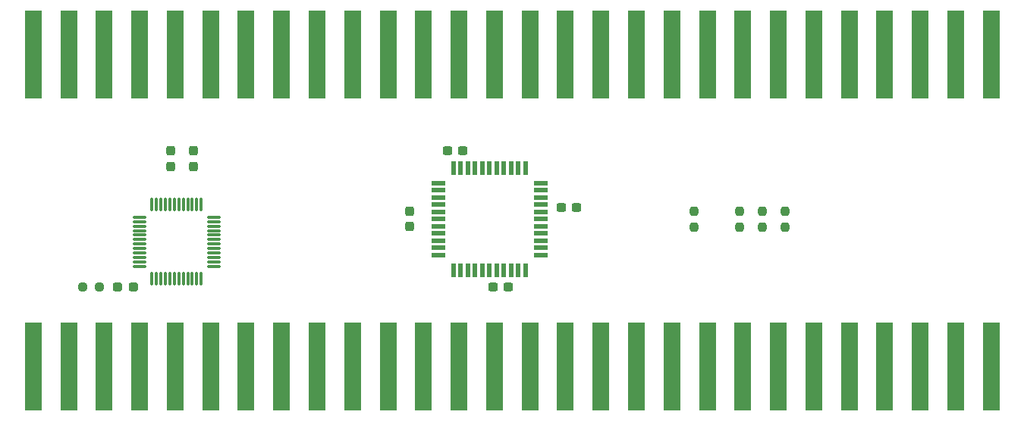
<source format=gbr>
G04 #@! TF.GenerationSoftware,KiCad,Pcbnew,(6.0.6-0)*
G04 #@! TF.CreationDate,2022-10-11T13:41:26+09:00*
G04 #@! TF.ProjectId,MahJamma,4d61684a-616d-46d6-912e-6b696361645f,rev?*
G04 #@! TF.SameCoordinates,Original*
G04 #@! TF.FileFunction,Paste,Top*
G04 #@! TF.FilePolarity,Positive*
%FSLAX46Y46*%
G04 Gerber Fmt 4.6, Leading zero omitted, Abs format (unit mm)*
G04 Created by KiCad (PCBNEW (6.0.6-0)) date 2022-10-11 13:41:26*
%MOMM*%
%LPD*%
G01*
G04 APERTURE LIST*
G04 Aperture macros list*
%AMRoundRect*
0 Rectangle with rounded corners*
0 $1 Rounding radius*
0 $2 $3 $4 $5 $6 $7 $8 $9 X,Y pos of 4 corners*
0 Add a 4 corners polygon primitive as box body*
4,1,4,$2,$3,$4,$5,$6,$7,$8,$9,$2,$3,0*
0 Add four circle primitives for the rounded corners*
1,1,$1+$1,$2,$3*
1,1,$1+$1,$4,$5*
1,1,$1+$1,$6,$7*
1,1,$1+$1,$8,$9*
0 Add four rect primitives between the rounded corners*
20,1,$1+$1,$2,$3,$4,$5,0*
20,1,$1+$1,$4,$5,$6,$7,0*
20,1,$1+$1,$6,$7,$8,$9,0*
20,1,$1+$1,$8,$9,$2,$3,0*%
G04 Aperture macros list end*
%ADD10R,1.980000X9.900000*%
%ADD11R,0.550000X1.500000*%
%ADD12R,1.500000X0.550000*%
%ADD13RoundRect,0.237500X0.237500X-0.300000X0.237500X0.300000X-0.237500X0.300000X-0.237500X-0.300000X0*%
%ADD14RoundRect,0.237500X0.237500X-0.250000X0.237500X0.250000X-0.237500X0.250000X-0.237500X-0.250000X0*%
%ADD15RoundRect,0.237500X-0.300000X-0.237500X0.300000X-0.237500X0.300000X0.237500X-0.300000X0.237500X0*%
%ADD16RoundRect,0.237500X-0.237500X0.250000X-0.237500X-0.250000X0.237500X-0.250000X0.237500X0.250000X0*%
%ADD17RoundRect,0.237500X0.287500X0.237500X-0.287500X0.237500X-0.287500X-0.237500X0.287500X-0.237500X0*%
%ADD18RoundRect,0.237500X0.300000X0.237500X-0.300000X0.237500X-0.300000X-0.237500X0.300000X-0.237500X0*%
%ADD19RoundRect,0.237500X-0.250000X-0.237500X0.250000X-0.237500X0.250000X0.237500X-0.250000X0.237500X0*%
%ADD20RoundRect,0.075000X-0.662500X-0.075000X0.662500X-0.075000X0.662500X0.075000X-0.662500X0.075000X0*%
%ADD21RoundRect,0.075000X-0.075000X-0.662500X0.075000X-0.662500X0.075000X0.662500X-0.075000X0.662500X0*%
G04 APERTURE END LIST*
D10*
X101480000Y-51435000D03*
X105440000Y-51435000D03*
X109400000Y-51435000D03*
X113360000Y-51435000D03*
X117320000Y-51435000D03*
X121280000Y-51435000D03*
X125240000Y-51435000D03*
X129200000Y-51435000D03*
X133160000Y-51435000D03*
X137120000Y-51435000D03*
X141080000Y-51435000D03*
X145040000Y-51435000D03*
X149000000Y-51435000D03*
X152960000Y-51435000D03*
X156920000Y-51435000D03*
X160880000Y-51435000D03*
X164840000Y-51435000D03*
X168800000Y-51435000D03*
X172760000Y-51435000D03*
X176720000Y-51435000D03*
X180680000Y-51435000D03*
X184640000Y-51435000D03*
X188600000Y-51435000D03*
X192560000Y-51435000D03*
X196520000Y-51435000D03*
X200480000Y-51435000D03*
X204440000Y-51435000D03*
X208400000Y-51435000D03*
D11*
X156400000Y-64150000D03*
X155600000Y-64150000D03*
X154800000Y-64150000D03*
X154000000Y-64150000D03*
X153200000Y-64150000D03*
X152400000Y-64150000D03*
X151600000Y-64150000D03*
X150800000Y-64150000D03*
X150000000Y-64150000D03*
X149200000Y-64150000D03*
X148400000Y-64150000D03*
D12*
X146700000Y-65850000D03*
X146700000Y-66650000D03*
X146700000Y-67450000D03*
X146700000Y-68250000D03*
X146700000Y-69050000D03*
X146700000Y-69850000D03*
X146700000Y-70650000D03*
X146700000Y-71450000D03*
X146700000Y-72250000D03*
X146700000Y-73050000D03*
X146700000Y-73850000D03*
D11*
X148400000Y-75550000D03*
X149200000Y-75550000D03*
X150000000Y-75550000D03*
X150800000Y-75550000D03*
X151600000Y-75550000D03*
X152400000Y-75550000D03*
X153200000Y-75550000D03*
X154000000Y-75550000D03*
X154800000Y-75550000D03*
X155600000Y-75550000D03*
X156400000Y-75550000D03*
D12*
X158100000Y-73850000D03*
X158100000Y-73050000D03*
X158100000Y-72250000D03*
X158100000Y-71450000D03*
X158100000Y-70650000D03*
X158100000Y-69850000D03*
X158100000Y-69050000D03*
X158100000Y-68250000D03*
X158100000Y-67450000D03*
X158100000Y-66650000D03*
X158100000Y-65850000D03*
D13*
X143510000Y-70712500D03*
X143510000Y-68987500D03*
D14*
X180340000Y-70762500D03*
X180340000Y-68937500D03*
X182880000Y-70762500D03*
X182880000Y-68937500D03*
D15*
X160427500Y-68580000D03*
X162152500Y-68580000D03*
D16*
X185420000Y-68937500D03*
X185420000Y-70762500D03*
D14*
X175260000Y-70762500D03*
X175260000Y-68937500D03*
D17*
X112635000Y-77470000D03*
X110885000Y-77470000D03*
D18*
X149452500Y-62230000D03*
X147727500Y-62230000D03*
D15*
X152807500Y-77470000D03*
X154532500Y-77470000D03*
D19*
X107037500Y-77470000D03*
X108862500Y-77470000D03*
D13*
X119380000Y-63955000D03*
X119380000Y-62230000D03*
X116840000Y-63955000D03*
X116840000Y-62230000D03*
D20*
X113312500Y-69640000D03*
X113312500Y-70140000D03*
X113312500Y-70640000D03*
X113312500Y-71140000D03*
X113312500Y-71640000D03*
X113312500Y-72140000D03*
X113312500Y-72640000D03*
X113312500Y-73140000D03*
X113312500Y-73640000D03*
X113312500Y-74140000D03*
X113312500Y-74640000D03*
X113312500Y-75140000D03*
D21*
X114725000Y-76552500D03*
X115225000Y-76552500D03*
X115725000Y-76552500D03*
X116225000Y-76552500D03*
X116725000Y-76552500D03*
X117225000Y-76552500D03*
X117725000Y-76552500D03*
X118225000Y-76552500D03*
X118725000Y-76552500D03*
X119225000Y-76552500D03*
X119725000Y-76552500D03*
X120225000Y-76552500D03*
D20*
X121637500Y-75140000D03*
X121637500Y-74640000D03*
X121637500Y-74140000D03*
X121637500Y-73640000D03*
X121637500Y-73140000D03*
X121637500Y-72640000D03*
X121637500Y-72140000D03*
X121637500Y-71640000D03*
X121637500Y-71140000D03*
X121637500Y-70640000D03*
X121637500Y-70140000D03*
X121637500Y-69640000D03*
D21*
X120225000Y-68227500D03*
X119725000Y-68227500D03*
X119225000Y-68227500D03*
X118725000Y-68227500D03*
X118225000Y-68227500D03*
X117725000Y-68227500D03*
X117225000Y-68227500D03*
X116725000Y-68227500D03*
X116225000Y-68227500D03*
X115725000Y-68227500D03*
X115225000Y-68227500D03*
X114725000Y-68227500D03*
D10*
X208400000Y-86360000D03*
X204440000Y-86360000D03*
X200480000Y-86360000D03*
X196520000Y-86360000D03*
X192560000Y-86360000D03*
X188600000Y-86360000D03*
X184640000Y-86360000D03*
X180680000Y-86360000D03*
X176720000Y-86360000D03*
X172760000Y-86360000D03*
X168800000Y-86360000D03*
X164840000Y-86360000D03*
X160880000Y-86360000D03*
X156920000Y-86360000D03*
X152960000Y-86360000D03*
X149000000Y-86360000D03*
X145040000Y-86360000D03*
X141080000Y-86360000D03*
X137120000Y-86360000D03*
X133160000Y-86360000D03*
X129200000Y-86360000D03*
X125240000Y-86360000D03*
X121280000Y-86360000D03*
X117320000Y-86360000D03*
X113360000Y-86360000D03*
X109400000Y-86360000D03*
X105440000Y-86360000D03*
X101480000Y-86360000D03*
M02*

</source>
